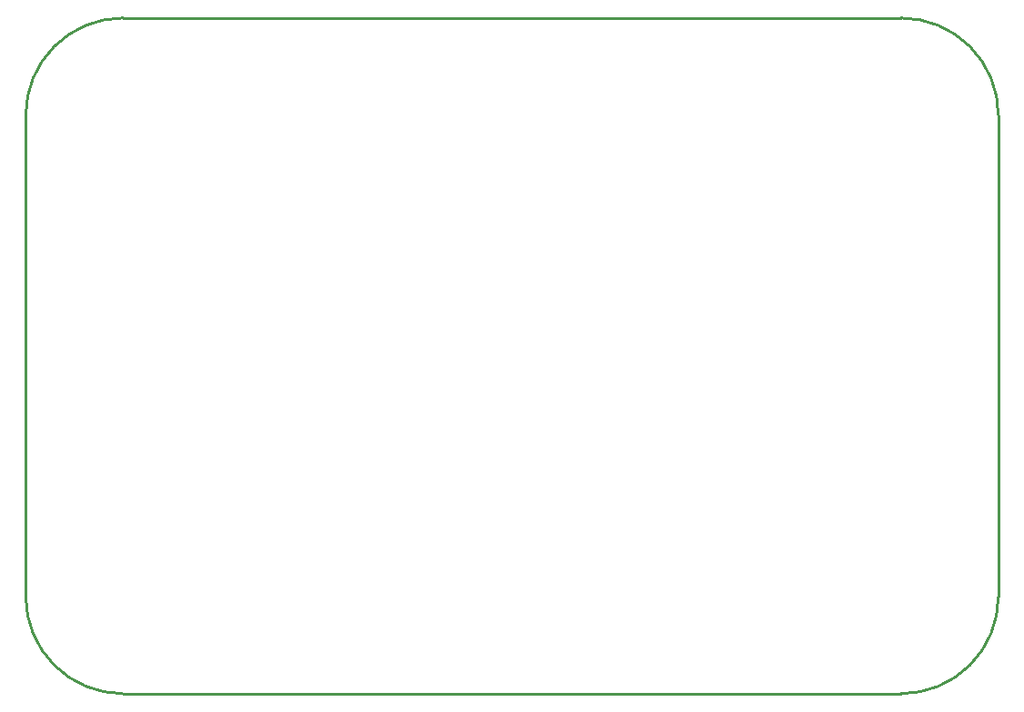
<source format=gko>
G04 Layer: BoardOutlineLayer*
G04 EasyEDA v6.5.23, 2023-05-28 22:20:17*
G04 a98212a221284062af17828272900665,7a5a352eff0f4c5696d858f44224924f,10*
G04 Gerber Generator version 0.2*
G04 Scale: 100 percent, Rotated: No, Reflected: No *
G04 Dimensions in millimeters *
G04 leading zeros omitted , absolute positions ,4 integer and 5 decimal *
%FSLAX45Y45*%
%MOMM*%

%ADD10C,0.2540*%
D10*
X1092197Y2505395D02*
G01*
X1092197Y6993884D01*
X9241782Y1599897D02*
G01*
X1997694Y1599897D01*
X10147279Y6993884D02*
G01*
X10147279Y2505395D01*
X1997694Y7899384D02*
G01*
X9241782Y7899384D01*
G75*
G01*
X9241782Y7899384D02*
G02*
X10147280Y6993886I0J-905497D01*
G75*
G01*
X10147280Y2505395D02*
G02*
X9241782Y1599897I-905498J-1D01*
G75*
G01*
X1997696Y1599897D02*
G02*
X1092198Y2505395I-1J905497D01*
G75*
G01*
X1092198Y6993886D02*
G02*
X1997696Y7899384I905497J1D01*

%LPD*%
M02*

</source>
